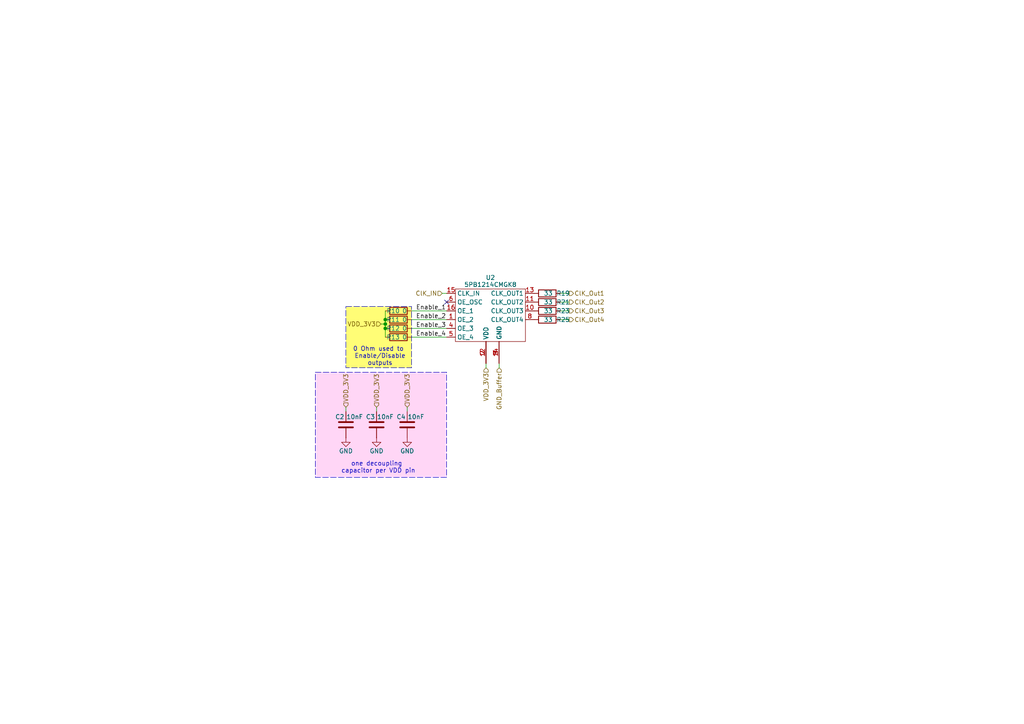
<source format=kicad_sch>
(kicad_sch (version 20231120) (generator "eeschema") (generator_version "8.0")
  (paper "A4")
  (lib_symbols
    (symbol "Custom_Symbols:5PB1214CMGK8"
      (property "Reference" "U" (at 0 0 0))
      (symbol "5PB1214CMGK8_0_1"
        (rectangle (start -10.16 -1.27) (end 10.16 -16.51))
      )
      (symbol "5PB1214CMGK8_1_1"
        (pin input line (at -12.7 -10.16 0) (length 2.54) (name "OE_2") (number "1"))
        (pin input line (at 12.7 -7.62 180) (length 2.54) (name "CLK_OUT3") (number "10"))
        (pin input line (at 12.7 -5.08 180) (length 2.54) (name "CLK_OUT2") (number "11"))
        (pin input line (at -1.27 -22.86 90) (length 6.35) (name "VDD") (number "12"))
        (pin input line (at 12.7 -2.54 180) (length 2.54) (name "CLK_OUT1") (number "13"))
        (pin input line (at 2.54 -22.86 90) (length 6.35) (name "GND") (number "14"))
        (pin input line (at -12.7 -2.54 0) (length 2.54) (name "CLK_IN") (number "15"))
        (pin input line (at -12.7 -7.62 0) (length 2.54) (name "OE_1") (number "16"))
        (pin input line (at -1.27 -22.86 90) (length 6.35) (name "VDD") (number "2"))
        (pin input line (at 2.54 -22.86 90) (length 6.35) (name "GND") (number "3"))
        (pin input line (at -12.7 -12.7 0) (length 2.54) (name "OE_3") (number "4"))
        (pin input line (at -12.7 -15.24 0) (length 2.54) (name "OE_4") (number "5"))
        (pin input line (at -12.7 -5.08 0) (length 2.54) (name "OE_OSC") (number "6"))
        (pin input line (at -1.27 -22.86 90) (length 6.35) (name "VDD") (number "7"))
        (pin input line (at 12.7 -10.16 180) (length 2.54) (name "CLK_OUT4") (number "8"))
        (pin input line (at 2.54 -22.86 90) (length 6.35) (name "GND") (number "9"))
      )
    )
    (symbol "Device:C" (pin_numbers hide) (pin_names (offset 0.254))
      (property "Reference" "C" (at 0.635 2.54 0))
      (property "Value" "C" (at 0.635 -2.54 0))
      (symbol "C_0_1"
        (polyline (pts (xy -2.032 -0.762) (xy 2.032 -0.762)) (stroke (width 0.508)))
        (polyline (pts (xy -2.032 0.762) (xy 2.032 0.762)) (stroke (width 0.508)))
      )
      (symbol "C_1_1"
        (pin passive line (at 0 3.81 270) (length 2.794) (name "~") (number "1"))
        (pin passive line (at 0 -3.81 90) (length 2.794) (name "~") (number "2"))
      )
    )
    (symbol "Device:R" (pin_numbers hide) (pin_names (offset 0))
      (property "Reference" "R" (at 2.032 0 90))
      (property "Value" "R" (at 0 0 90))
      (symbol "R_0_1"
        (rectangle (start -1.016 -2.54) (end 1.016 2.54) (stroke (width 0.254)))
      )
      (symbol "R_1_1"
        (pin passive line (at 0 3.81 270) (length 1.27) (name "~") (number "1"))
        (pin passive line (at 0 -3.81 90) (length 1.27) (name "~") (number "2"))
      )
    )
    (symbol "power:GND" (power) (pin_numbers hide) (pin_names (offset 0) hide)
      (property "Value" "GND" (at 0 -3.81 0))
      (symbol "GND_0_1"
        (polyline (pts (xy 0 0) (xy 0 -1.27) (xy 1.27 -1.27) (xy 0 -2.54) (xy -1.27 -1.27) (xy 0 -1.27)))
      )
      (symbol "GND_1_1"
        (pin power_in line (at 0 0 270) (length 0) (name "~") (number "1"))
      )
    )
  )
  (junction (at 111.76 95.25))
  (junction (at 111.76 92.71))
  (junction (at 111.76 93.98))
  (no_connect (at 129.54 87.63))
  (wire (pts (xy 111.76 90.17) (xy 111.76 92.71)))
  (wire (pts (xy 110.49 93.98) (xy 111.76 93.98)))
  (wire (pts (xy 140.97 106.68) (xy 140.97 105.41)))
  (wire (pts (xy 128.27 85.09) (xy 129.54 85.09)))
  (wire (pts (xy 119.38 90.17) (xy 129.54 90.17)))
  (wire (pts (xy 162.56 90.17) (xy 165.1 90.17)))
  (wire (pts (xy 119.38 92.71) (xy 129.54 92.71)))
  (wire (pts (xy 162.56 87.63) (xy 165.1 87.63)))
  (wire (pts (xy 144.78 106.68) (xy 144.78 105.41)))
  (wire (pts (xy 119.38 97.79) (xy 129.54 97.79)))
  (wire (pts (xy 111.76 93.98) (xy 111.76 95.25)))
  (wire (pts (xy 119.38 95.25) (xy 129.54 95.25)))
  (wire (pts (xy 109.22 118.11) (xy 109.22 119.38)))
  (wire (pts (xy 162.56 85.09) (xy 165.1 85.09)))
  (wire (pts (xy 111.76 95.25) (xy 111.76 97.79)))
  (wire (pts (xy 118.11 118.11) (xy 118.11 119.38)))
  (wire (pts (xy 111.76 92.71) (xy 111.76 93.98)))
  (wire (pts (xy 162.56 92.71) (xy 165.1 92.71)))
  (wire (pts (xy 100.33 118.11) (xy 100.33 119.38)))
  (rectangle (start 91.44 107.95) (end 129.54 138.43) (stroke (width 0) (type dash)) (fill (type color) (color 255 214 246 1)))
  (rectangle (start 100.33 88.9) (end 119.38 106.68) (stroke (width 0) (type dash)) (fill (type color) (color 255 253 118 1)))
  (text "one decoupling \ncapacitor per VDD pin" (at 109.728 135.636 0) (effects (font (size 1.27 1.27))))
  (text "0 Ohm used to \nEnable/Disable\noutputs" (at 110.236 103.378 0) (effects (font (size 1.27 1.27))))
  (label "Enable_4" (at 120.65 97.79 0))
  (label "Enable_1" (at 120.65 90.17 0))
  (label "Enable_3" (at 120.65 95.25 0))
  (label "Enable_2" (at 120.65 92.71 0))
  (hierarchical_label "VDD_3V3" (shape input) (at 109.22 118.11 90))
  (hierarchical_label "VDD_3V3" (shape input) (at 140.97 106.68 270))
  (hierarchical_label "ClK_Out2" (shape output) (at 165.1 87.63 0))
  (hierarchical_label "ClK_Out4" (shape output) (at 165.1 92.71 0))
  (hierarchical_label "VDD_3V3" (shape input) (at 100.33 118.11 90))
  (hierarchical_label "VDD_3V3" (shape input) (at 110.49 93.98 180))
  (hierarchical_label "GND_Buffer" (shape input) (at 144.78 106.68 270))
  (hierarchical_label "ClK_IN" (shape input) (at 128.27 85.09 180))
  (hierarchical_label "ClK_Out1" (shape output) (at 165.1 85.09 0))
  (hierarchical_label "ClK_Out3" (shape output) (at 165.1 90.17 0))
  (hierarchical_label "VDD_3V3" (shape input) (at 118.11 118.11 90))
  (symbol (lib_id "Device:R") (at 158.75 85.09 90) (mirror x) (unit 1)
    (property "Reference" "R19" (at 163.322 85.09 90))
    (property "Value" "33" (at 159.004 85.09 90))
    (property "Footprint" "Resistor_SMD:R_0201_0603Metric" (effects (hide yes)))
    (property "Description" "Resistor" (effects (hide yes)))
    (instances (project "HYDRA_VMM3_CARD_V2" (path "" (reference "R19") (unit 1)) (path "" (reference "R20") (unit 1))))
  )
  (symbol (lib_id "Device:R") (at 158.75 90.17 90) (mirror x) (unit 1)
    (property "Reference" "R23" (at 163.322 90.17 90))
    (property "Value" "33" (at 159.004 90.17 90))
    (property "Footprint" "Resistor_SMD:R_0201_0603Metric" (effects (hide yes)))
    (property "Description" "Resistor" (effects (hide yes)))
    (instances (project "HYDRA_VMM3_CARD_V2" (path "" (reference "R23") (unit 1)) (path "" (reference "R24") (unit 1))))
  )
  (symbol (lib_id "Device:R") (at 115.57 95.25 90) (mirror x) (unit 1)
    (property "Reference" "R12" (at 114.046 95.25 90))
    (property "Value" "0" (at 117.348 95.25 90))
    (property "Footprint" "Resistor_SMD:R_0201_0603Metric" (effects (hide yes)))
    (property "Description" "Resistor" (effects (hide yes)))
    (instances (project "HYDRA_VMM3_CARD_V2" (path "" (reference "R12") (unit 1)) (path "" (reference "R17") (unit 1))))
  )
  (symbol (lib_id "power:GND") (at 100.33 127 0) (unit 1)
    (property "Reference" "#PWR034" (effects (hide yes)))
    (property "Value" "GND" (at 100.33 130.81 0))
    (property "Description" "Power symbol creates a global label with name \"GND\" , ground" (effects (hide yes)))
    (instances (project "HYDRA_VMM3_CARD_V2" (path "" (reference "#PWR034") (unit 1)) (path "" (reference "#PWR037") (unit 1))))
  )
  (symbol (lib_id "Device:R") (at 158.75 87.63 90) (mirror x) (unit 1)
    (property "Reference" "R21" (at 163.322 87.63 90))
    (property "Value" "33" (at 159.004 87.63 90))
    (property "Footprint" "Resistor_SMD:R_0201_0603Metric" (effects (hide yes)))
    (property "Description" "Resistor" (effects (hide yes)))
    (instances (project "HYDRA_VMM3_CARD_V2" (path "" (reference "R21") (unit 1)) (path "" (reference "R22") (unit 1))))
  )
  (symbol (lib_id "Device:R") (at 115.57 92.71 90) (mirror x) (unit 1)
    (property "Reference" "R11" (at 114.046 92.71 90))
    (property "Value" "0" (at 117.348 92.71 90))
    (property "Footprint" "Resistor_SMD:R_0201_0603Metric" (effects (hide yes)))
    (property "Description" "Resistor" (effects (hide yes)))
    (instances (project "HYDRA_VMM3_CARD_V2" (path "" (reference "R11") (unit 1)) (path "" (reference "R16") (unit 1))))
  )
  (symbol (lib_id "Device:C") (at 100.33 123.19 180) (unit 1)
    (property "Reference" "C2" (at 98.552 120.904 0))
    (property "Value" "10nF" (at 102.87 120.904 0))
    (property "Footprint" "Capacitor_SMD:C_0201_0603Metric" (effects (hide yes)))
    (property "Description" "Unpolarized capacitor" (effects (hide yes)))
    (instances (project "HYDRA_VMM3_CARD_V2" (path "" (reference "C2") (unit 1)) (path "" (reference "C5") (unit 1))))
  )
  (symbol (lib_id "Device:R") (at 115.57 90.17 90) (mirror x) (unit 1)
    (property "Reference" "R10" (at 114.046 90.17 90))
    (property "Value" "0" (at 117.348 90.17 90))
    (property "Footprint" "Resistor_SMD:R_0201_0603Metric" (effects (hide yes)))
    (property "Description" "Resistor" (effects (hide yes)))
    (instances (project "HYDRA_VMM3_CARD_V2" (path "" (reference "R10") (unit 1)) (path "" (reference "R15") (unit 1))))
  )
  (symbol (lib_id "power:GND") (at 118.11 127 0) (unit 1)
    (property "Reference" "#PWR036" (effects (hide yes)))
    (property "Value" "GND" (at 118.11 130.81 0))
    (property "Description" "Power symbol creates a global label with name \"GND\" , ground" (effects (hide yes)))
    (instances (project "HYDRA_VMM3_CARD_V2" (path "" (reference "#PWR036") (unit 1)) (path "" (reference "#PWR039") (unit 1))))
  )
  (symbol (lib_id "power:GND") (at 109.22 127 0) (unit 1)
    (property "Reference" "#PWR035" (effects (hide yes)))
    (property "Value" "GND" (at 109.22 130.81 0))
    (property "Description" "Power symbol creates a global label with name \"GND\" , ground" (effects (hide yes)))
    (instances (project "HYDRA_VMM3_CARD_V2" (path "" (reference "#PWR035") (unit 1)) (path "" (reference "#PWR038") (unit 1))))
  )
  (symbol (lib_id "Device:R") (at 115.57 97.79 90) (mirror x) (unit 1)
    (property "Reference" "R13" (at 114.046 97.79 90))
    (property "Value" "0" (at 117.348 97.79 90))
    (property "Footprint" "Resistor_SMD:R_0201_0603Metric" (effects (hide yes)))
    (property "Description" "Resistor" (effects (hide yes)))
    (instances (project "HYDRA_VMM3_CARD_V2" (path "" (reference "R13") (unit 1)) (path "" (reference "R18") (unit 1))))
  )
  (symbol (lib_id "Custom_Symbols:5PB1214CMGK8") (at 142.24 82.55 0) (unit 1)
    (property "Reference" "U2" (at 142.24 80.518 0))
    (property "Value" "5PB1214CMGK8" (at 142.24 82.55 0))
    (property "Footprint" "Custom_Footprints:5PB1214CMGK8" (effects (hide yes)))
    (property "Description" "5PB1214CMGK8" (effects (hide yes)))
    (instances (project "" (path "" (reference "U2") (unit 1)) (path "" (reference "U3") (unit 1))))
  )
  (symbol (lib_id "Device:R") (at 158.75 92.71 90) (mirror x) (unit 1)
    (property "Reference" "R25" (at 163.322 92.71 90))
    (property "Value" "33" (at 159.004 92.71 90))
    (property "Footprint" "Resistor_SMD:R_0201_0603Metric" (effects (hide yes)))
    (property "Description" "Resistor" (effects (hide yes)))
    (instances (project "HYDRA_VMM3_CARD_V2" (path "" (reference "R25") (unit 1)) (path "" (reference "R26") (unit 1))))
  )
  (symbol (lib_id "Device:C") (at 118.11 123.19 180) (unit 1)
    (property "Reference" "C4" (at 116.332 120.904 0))
    (property "Value" "10nF" (at 120.65 120.904 0))
    (property "Footprint" "Capacitor_SMD:C_0201_0603Metric" (effects (hide yes)))
    (property "Description" "Unpolarized capacitor" (effects (hide yes)))
    (instances (project "HYDRA_VMM3_CARD_V2" (path "" (reference "C4") (unit 1)) (path "" (reference "C7") (unit 1))))
  )
  (symbol (lib_id "Device:C") (at 109.22 123.19 180) (unit 1)
    (property "Reference" "C3" (at 107.442 120.904 0))
    (property "Value" "10nF" (at 111.76 120.904 0))
    (property "Footprint" "Capacitor_SMD:C_0201_0603Metric" (effects (hide yes)))
    (property "Description" "Unpolarized capacitor" (effects (hide yes)))
    (instances (project "HYDRA_VMM3_CARD_V2" (path "" (reference "C3") (unit 1)) (path "" (reference "C6") (unit 1))))
  )
)
</source>
